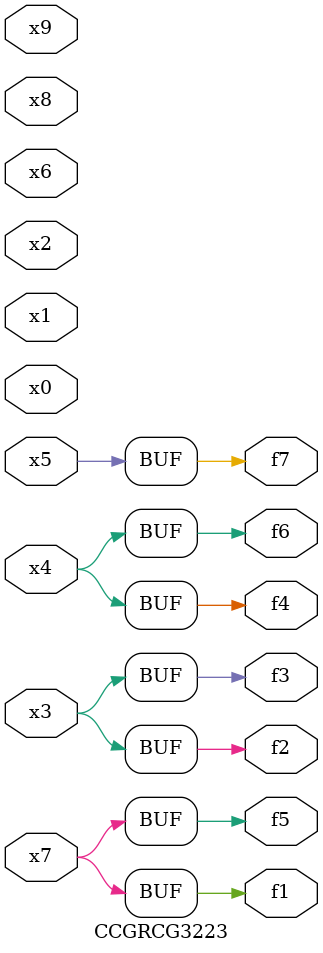
<source format=v>
module CCGRCG3223(
	input x0, x1, x2, x3, x4, x5, x6, x7, x8, x9,
	output f1, f2, f3, f4, f5, f6, f7
);
	assign f1 = x7;
	assign f2 = x3;
	assign f3 = x3;
	assign f4 = x4;
	assign f5 = x7;
	assign f6 = x4;
	assign f7 = x5;
endmodule

</source>
